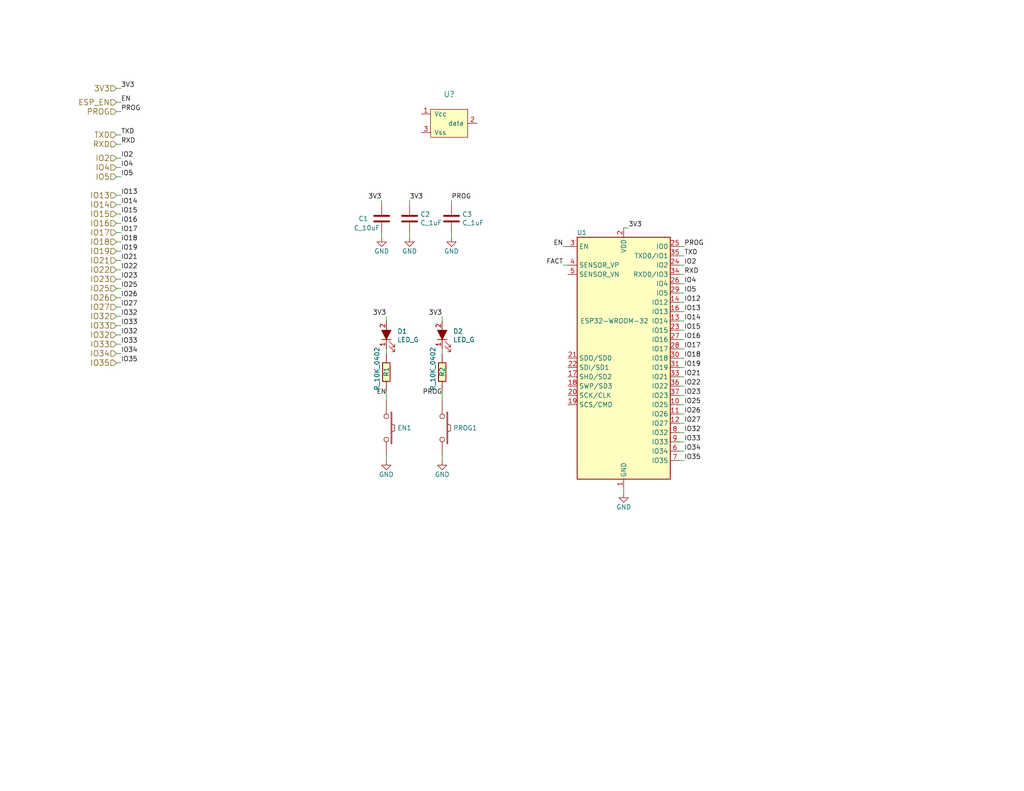
<source format=kicad_sch>
(kicad_sch (version 20211123) (generator eeschema)
  (paper "USLetter")
  (lib_symbols
    (symbol "Open Automation:PIR-DIGITAL" (pin_names (offset 1.016))
      (property "Reference" "U" (at 5.08 -6.35 0))
      (property "Value" "PIR-DIGITAL" (at 1.27 3.81 0))
      (symbol "PIR-DIGITAL_0_1"
        (rectangle (start -3.81 2.54) (end 6.35 -5.08) (fill (type background)))
      )
      (symbol "PIR-DIGITAL_1_1"
        (pin input line (at -6.35 1.27 0) (length 2.54) (name "Vcc") (number "1"))
        (pin input line (at 8.89 -1.27 180) (length 2.54) (name "data") (number "2"))
        (pin input line (at -6.35 -3.81 0) (length 2.54) (name "Vss") (number "3"))
      )
    )
    (symbol "Open_Automation:C_10uF" (pin_numbers hide) (pin_names (offset 0.254))
      (property "Reference" "C" (at 0.635 2.54 0))
      (property "Value" "Open_Automation_C_10uF" (at 1.27 -2.54 0))
      (symbol "C_10uF_0_1"
        (polyline (pts (xy -2.032 -0.762) (xy 2.032 -0.762)) (stroke (width 0.508)))
        (polyline (pts (xy -2.032 0.762) (xy 2.032 0.762)) (stroke (width 0.508)))
      )
      (symbol "C_10uF_1_1"
        (pin passive line (at 0 3.81 270) (length 2.794) (name "~") (number "1"))
        (pin passive line (at 0 -3.81 90) (length 2.794) (name "~") (number "2"))
      )
    )
    (symbol "Open_Automation:C_1uF" (pin_numbers hide) (pin_names (offset 0.254))
      (property "Reference" "C" (at 0.635 2.54 0))
      (property "Value" "Open_Automation_C_1uF" (at -5.715 -2.54 0))
      (symbol "C_1uF_0_1"
        (polyline (pts (xy -2.032 -0.762) (xy 2.032 -0.762)) (stroke (width 0.508)))
        (polyline (pts (xy -2.032 0.762) (xy 2.032 0.762)) (stroke (width 0.508)))
      )
      (symbol "C_1uF_1_1"
        (pin passive line (at 0 3.81 270) (length 2.794) (name "~") (number "1"))
        (pin passive line (at 0 -3.81 90) (length 2.794) (name "~") (number "2"))
      )
    )
    (symbol "Open_Automation:ESP32-WROOM-32"
      (property "Reference" "U" (at -12.7 34.29 0))
      (property "Value" "Open_Automation_ESP32-WROOM-32" (at 1.27 34.29 0))
      (symbol "ESP32-WROOM-32_0_1"
        (rectangle (start -12.7 33.02) (end 12.7 -33.02) (stroke (width 0.254)) (fill (type background)))
      )
      (symbol "ESP32-WROOM-32_1_1"
        (pin power_in line (at 0 -35.56 90) (length 2.54) (name "GND") (number "1"))
        (pin bidirectional line (at 15.24 -12.7 180) (length 2.54) (name "IO25") (number "10"))
        (pin bidirectional line (at 15.24 -15.24 180) (length 2.54) (name "IO26") (number "11"))
        (pin bidirectional line (at 15.24 -17.78 180) (length 2.54) (name "IO27") (number "12"))
        (pin bidirectional line (at 15.24 10.16 180) (length 2.54) (name "IO14") (number "13"))
        (pin bidirectional line (at 15.24 15.24 180) (length 2.54) (name "IO12") (number "14"))
        (pin passive line (at 0 -35.56 90) (length 2.54) hide (name "GND") (number "15"))
        (pin bidirectional line (at 15.24 12.7 180) (length 2.54) (name "IO13") (number "16"))
        (pin bidirectional line (at -15.24 -5.08 0) (length 2.54) (name "SHD/SD2") (number "17"))
        (pin bidirectional line (at -15.24 -7.62 0) (length 2.54) (name "SWP/SD3") (number "18"))
        (pin bidirectional line (at -15.24 -12.7 0) (length 2.54) (name "SCS/CMD") (number "19"))
        (pin power_in line (at 0 35.56 270) (length 2.54) (name "VDD") (number "2"))
        (pin bidirectional line (at -15.24 -10.16 0) (length 2.54) (name "SCK/CLK") (number "20"))
        (pin bidirectional line (at -15.24 0 0) (length 2.54) (name "SDO/SD0") (number "21"))
        (pin bidirectional line (at -15.24 -2.54 0) (length 2.54) (name "SDI/SD1") (number "22"))
        (pin bidirectional line (at 15.24 7.62 180) (length 2.54) (name "IO15") (number "23"))
        (pin bidirectional line (at 15.24 25.4 180) (length 2.54) (name "IO2") (number "24"))
        (pin bidirectional line (at 15.24 30.48 180) (length 2.54) (name "IO0") (number "25"))
        (pin bidirectional line (at 15.24 20.32 180) (length 2.54) (name "IO4") (number "26"))
        (pin bidirectional line (at 15.24 5.08 180) (length 2.54) (name "IO16") (number "27"))
        (pin bidirectional line (at 15.24 2.54 180) (length 2.54) (name "IO17") (number "28"))
        (pin bidirectional line (at 15.24 17.78 180) (length 2.54) (name "IO5") (number "29"))
        (pin input line (at -15.24 30.48 0) (length 2.54) (name "EN") (number "3"))
        (pin bidirectional line (at 15.24 0 180) (length 2.54) (name "IO18") (number "30"))
        (pin bidirectional line (at 15.24 -2.54 180) (length 2.54) (name "IO19") (number "31"))
        (pin no_connect line (at -12.7 -27.94 0) (length 2.54) hide (name "NC") (number "32"))
        (pin bidirectional line (at 15.24 -5.08 180) (length 2.54) (name "IO21") (number "33"))
        (pin bidirectional line (at 15.24 22.86 180) (length 2.54) (name "RXD0/IO3") (number "34"))
        (pin bidirectional line (at 15.24 27.94 180) (length 2.54) (name "TXD0/IO1") (number "35"))
        (pin bidirectional line (at 15.24 -7.62 180) (length 2.54) (name "IO22") (number "36"))
        (pin bidirectional line (at 15.24 -10.16 180) (length 2.54) (name "IO23") (number "37"))
        (pin passive line (at 0 -35.56 90) (length 2.54) hide (name "GND") (number "38"))
        (pin passive line (at 0 -35.56 90) (length 2.54) hide (name "GND") (number "39"))
        (pin input line (at -15.24 25.4 0) (length 2.54) (name "SENSOR_VP") (number "4"))
        (pin input line (at -15.24 22.86 0) (length 2.54) (name "SENSOR_VN") (number "5"))
        (pin input line (at 15.24 -25.4 180) (length 2.54) (name "IO34") (number "6"))
        (pin input line (at 15.24 -27.94 180) (length 2.54) (name "IO35") (number "7"))
        (pin bidirectional line (at 15.24 -20.32 180) (length 2.54) (name "IO32") (number "8"))
        (pin bidirectional line (at 15.24 -22.86 180) (length 2.54) (name "IO33") (number "9"))
      )
    )
    (symbol "Open_Automation:LED_G" (pin_names (offset 1.016) hide)
      (property "Reference" "D" (at 0 2.54 0))
      (property "Value" "Open_Automation_LED_G" (at 0 -2.54 0))
      (symbol "LED_G_0_1"
        (polyline (pts (xy -1.27 -1.27) (xy -1.27 1.27)) (stroke (width 0.2032)))
        (polyline (pts (xy 1.27 -1.27) (xy 1.27 1.27) (xy -1.27 0) (xy 1.27 -1.27)) (stroke (width 0.2032)) (fill (type outline)))
        (polyline (pts (xy -3.048 -0.762) (xy -4.572 -2.286) (xy -3.81 -2.286) (xy -4.572 -2.286) (xy -4.572 -1.524)))
        (polyline (pts (xy -1.778 -0.762) (xy -3.302 -2.286) (xy -2.54 -2.286) (xy -3.302 -2.286) (xy -3.302 -1.524)))
      )
      (symbol "LED_G_1_1"
        (pin passive line (at -3.81 0 0) (length 2.54) (name "K") (number "1"))
        (pin passive line (at 3.81 0 180) (length 2.54) (name "A") (number "2"))
      )
    )
    (symbol "Open_Automation:R_10K_0402" (pin_numbers hide) (pin_names (offset 0))
      (property "Reference" "R" (at 0 0 90))
      (property "Value" "Open_Automation_R_10K_0402" (at -1.905 0 90))
      (symbol "R_10K_0402_0_1"
        (rectangle (start -1.016 -2.54) (end 1.016 2.54) (stroke (width 0.254)) (fill (type background)))
      )
      (symbol "R_10K_0402_1_1"
        (pin passive line (at 0 -5.08 90) (length 2.54) (name "~") (number "1"))
        (pin passive line (at 0 5.08 270) (length 2.54) (name "~") (number "2"))
      )
    )
    (symbol "Open_Automation:SW_PUSH_SM" (pin_numbers hide) (pin_names (offset 1.016) hide)
      (property "Reference" "SW" (at 3.81 2.794 0))
      (symbol "SW_PUSH_SM_0_1"
        (rectangle (start -4.318 1.27) (end 4.318 1.524))
        (polyline (pts (xy -1.016 1.524) (xy -0.762 2.286) (xy 0.762 2.286) (xy 1.016 1.524)))
        (pin passive inverted (at -7.62 0 0) (length 5.08) (name "1") (number "1"))
        (pin passive inverted (at 7.62 0 180) (length 5.08) (name "2") (number "2"))
      )
    )
    (symbol "power:GND" (power) (pin_names (offset 0))
      (property "Value" "power_GND" (at 0 -3.81 0))
      (symbol "GND_0_1"
        (polyline (pts (xy 0 0) (xy 0 -1.27) (xy 1.27 -1.27) (xy 0 -2.54) (xy -1.27 -1.27) (xy 0 -1.27)))
      )
      (symbol "GND_1_1"
        (pin power_in line (at 0 0 270) (length 0) hide (name "GND") (number "1"))
      )
    )
  )
  (wire (pts (xy 33.02 58.42) (xy 31.75 58.42)))
  (wire (pts (xy 185.42 123.19) (xy 186.69 123.19)))
  (wire (pts (xy 33.02 48.26) (xy 31.75 48.26)))
  (wire (pts (xy 120.65 106.68) (xy 120.65 109.22)))
  (wire (pts (xy 105.41 96.52) (xy 105.41 95.25)))
  (wire (pts (xy 186.69 77.47) (xy 185.42 77.47)))
  (wire (pts (xy 186.69 113.03) (xy 185.42 113.03)))
  (wire (pts (xy 104.14 55.88) (xy 104.14 54.61)))
  (wire (pts (xy 33.02 83.82) (xy 31.75 83.82)))
  (wire (pts (xy 33.02 36.83) (xy 31.75 36.83)))
  (wire (pts (xy 111.76 54.61) (xy 111.76 55.88)))
  (wire (pts (xy 186.69 120.65) (xy 185.42 120.65)))
  (wire (pts (xy 186.69 72.39) (xy 185.42 72.39)))
  (wire (pts (xy 120.65 95.25) (xy 120.65 96.52)))
  (wire (pts (xy 33.02 78.74) (xy 31.75 78.74)))
  (wire (pts (xy 153.67 72.39) (xy 154.94 72.39)))
  (wire (pts (xy 171.45 62.23) (xy 170.18 62.23)))
  (wire (pts (xy 111.76 63.5) (xy 111.76 64.77)))
  (wire (pts (xy 120.65 125.73) (xy 120.65 124.46)))
  (wire (pts (xy 185.42 95.25) (xy 186.69 95.25)))
  (wire (pts (xy 33.02 39.37) (xy 31.75 39.37)))
  (wire (pts (xy 185.42 69.85) (xy 186.69 69.85)))
  (wire (pts (xy 186.69 110.49) (xy 185.42 110.49)))
  (wire (pts (xy 33.02 99.06) (xy 31.75 99.06)))
  (wire (pts (xy 123.19 63.5) (xy 123.19 64.77)))
  (wire (pts (xy 33.02 66.04) (xy 31.75 66.04)))
  (wire (pts (xy 33.02 88.9) (xy 31.75 88.9)))
  (wire (pts (xy 33.02 63.5) (xy 31.75 63.5)))
  (wire (pts (xy 186.69 115.57) (xy 185.42 115.57)))
  (wire (pts (xy 186.69 97.79) (xy 185.42 97.79)))
  (wire (pts (xy 105.41 86.36) (xy 105.41 87.63)))
  (wire (pts (xy 33.02 73.66) (xy 31.75 73.66)))
  (wire (pts (xy 33.02 55.88) (xy 31.75 55.88)))
  (wire (pts (xy 33.02 60.96) (xy 31.75 60.96)))
  (wire (pts (xy 105.41 106.68) (xy 105.41 109.22)))
  (wire (pts (xy 33.02 27.94) (xy 31.75 27.94)))
  (wire (pts (xy 33.02 30.48) (xy 31.75 30.48)))
  (wire (pts (xy 186.69 92.71) (xy 185.42 92.71)))
  (wire (pts (xy 186.69 105.41) (xy 185.42 105.41)))
  (wire (pts (xy 186.69 67.31) (xy 185.42 67.31)))
  (wire (pts (xy 33.02 71.12) (xy 31.75 71.12)))
  (wire (pts (xy 33.02 93.98) (xy 31.75 93.98)))
  (wire (pts (xy 33.02 81.28) (xy 31.75 81.28)))
  (wire (pts (xy 33.02 68.58) (xy 31.75 68.58)))
  (wire (pts (xy 33.02 45.72) (xy 31.75 45.72)))
  (wire (pts (xy 33.02 96.52) (xy 31.75 96.52)))
  (wire (pts (xy 186.69 85.09) (xy 185.42 85.09)))
  (wire (pts (xy 186.69 87.63) (xy 185.42 87.63)))
  (wire (pts (xy 170.18 133.35) (xy 170.18 134.62)))
  (wire (pts (xy 33.02 91.44) (xy 31.75 91.44)))
  (wire (pts (xy 185.42 118.11) (xy 186.69 118.11)))
  (wire (pts (xy 185.42 100.33) (xy 186.69 100.33)))
  (wire (pts (xy 33.02 76.2) (xy 31.75 76.2)))
  (wire (pts (xy 104.14 64.77) (xy 104.14 63.5)))
  (wire (pts (xy 123.19 54.61) (xy 123.19 55.88)))
  (wire (pts (xy 186.69 102.87) (xy 185.42 102.87)))
  (wire (pts (xy 153.67 67.31) (xy 154.94 67.31)))
  (wire (pts (xy 33.02 43.18) (xy 31.75 43.18)))
  (wire (pts (xy 186.69 82.55) (xy 185.42 82.55)))
  (wire (pts (xy 33.02 53.34) (xy 31.75 53.34)))
  (wire (pts (xy 186.69 125.73) (xy 185.42 125.73)))
  (wire (pts (xy 33.02 86.36) (xy 31.75 86.36)))
  (wire (pts (xy 33.02 24.13) (xy 31.75 24.13)))
  (wire (pts (xy 186.69 74.93) (xy 185.42 74.93)))
  (wire (pts (xy 186.69 80.01) (xy 185.42 80.01)))
  (wire (pts (xy 105.41 125.73) (xy 105.41 124.46)))
  (wire (pts (xy 120.65 86.36) (xy 120.65 87.63)))
  (wire (pts (xy 186.69 107.95) (xy 185.42 107.95)))
  (wire (pts (xy 185.42 90.17) (xy 186.69 90.17)))
  (label "IO19" (at 33.02 68.58 0))
  (label "IO21" (at 33.02 71.12 0))
  (label "IO5" (at 33.02 48.26 0))
  (label "IO33" (at 186.69 120.65 0))
  (label "IO25" (at 186.69 110.49 0))
  (label "3V3" (at 33.02 24.13 0))
  (label "IO35" (at 186.69 125.73 0))
  (label "IO32" (at 186.69 118.11 0))
  (label "IO13" (at 33.02 53.34 0))
  (label "3V3" (at 171.45 62.23 0))
  (label "IO25" (at 33.02 78.74 0))
  (label "PROG" (at 186.69 67.31 0))
  (label "IO4" (at 186.69 77.47 0))
  (label "IO2" (at 186.69 72.39 0))
  (label "EN" (at 153.67 67.31 180))
  (label "IO34" (at 186.69 123.19 0))
  (label "IO14" (at 186.69 87.63 0))
  (label "IO34" (at 33.02 96.52 0))
  (label "IO12" (at 186.69 82.55 0))
  (label "IO32" (at 33.02 86.36 0))
  (label "PROG" (at 120.65 107.95 180))
  (label "EN" (at 33.02 27.94 0))
  (label "IO18" (at 186.69 97.79 0))
  (label "IO33" (at 33.02 93.98 0))
  (label "IO22" (at 33.02 73.66 0))
  (label "IO26" (at 186.69 113.03 0))
  (label "IO5" (at 186.69 80.01 0))
  (label "PROG" (at 33.02 30.48 0))
  (label "IO22" (at 186.69 105.41 0))
  (label "IO18" (at 33.02 66.04 0))
  (label "RXD" (at 33.02 39.37 0))
  (label "IO23" (at 33.02 76.2 0))
  (label "IO17" (at 186.69 95.25 0))
  (label "3V3" (at 105.41 86.36 180))
  (label "IO2" (at 33.02 43.18 0))
  (label "IO17" (at 33.02 63.5 0))
  (label "IO16" (at 186.69 92.71 0))
  (label "TXD" (at 186.69 69.85 0))
  (label "IO33" (at 33.02 88.9 0))
  (label "IO27" (at 33.02 83.82 0))
  (label "IO19" (at 186.69 100.33 0))
  (label "IO15" (at 33.02 58.42 0))
  (label "IO32" (at 33.02 91.44 0))
  (label "EN" (at 105.41 107.95 180))
  (label "IO4" (at 33.02 45.72 0))
  (label "IO35" (at 33.02 99.06 0))
  (label "IO23" (at 186.69 107.95 0))
  (label "TXD" (at 33.02 36.83 0))
  (label "3V3" (at 120.65 86.36 180))
  (label "IO16" (at 33.02 60.96 0))
  (label "PROG" (at 123.19 54.61 0))
  (label "IO21" (at 186.69 102.87 0))
  (label "3V3" (at 111.76 54.61 0))
  (label "IO27" (at 186.69 115.57 0))
  (label "FACT" (at 153.67 72.39 180))
  (label "IO15" (at 186.69 90.17 0))
  (label "IO26" (at 33.02 81.28 0))
  (label "IO14" (at 33.02 55.88 0))
  (label "IO13" (at 186.69 85.09 0))
  (label "3V3" (at 104.14 54.61 180))
  (label "RXD" (at 186.69 74.93 0))
  (hierarchical_label "IO27" (shape input) (at 31.75 83.82 180) (effects (font (size 1.524 1.524))))
  (hierarchical_label "IO34" (shape input) (at 31.75 96.52 180) (effects (font (size 1.524 1.524))))
  (hierarchical_label "IO19" (shape input) (at 31.75 68.58 180) (effects (font (size 1.524 1.524))))
  (hierarchical_label "IO4" (shape input) (at 31.75 45.72 180) (effects (font (size 1.524 1.524))))
  (hierarchical_label "IO5" (shape input) (at 31.75 48.26 180) (effects (font (size 1.524 1.524))))
  (hierarchical_label "IO13" (shape input) (at 31.75 53.34 180) (effects (font (size 1.524 1.524))))
  (hierarchical_label "PROG" (shape input) (at 31.75 30.48 180) (effects (font (size 1.524 1.524))))
  (hierarchical_label "3V3" (shape input) (at 31.75 24.13 180) (effects (font (size 1.524 1.524))))
  (hierarchical_label "IO32" (shape input) (at 31.75 86.36 180) (effects (font (size 1.524 1.524))))
  (hierarchical_label "IO2" (shape input) (at 31.75 43.18 180) (effects (font (size 1.524 1.524))))
  (hierarchical_label "ESP_EN" (shape input) (at 31.75 27.94 180) (effects (font (size 1.524 1.524))))
  (hierarchical_label "IO25" (shape input) (at 31.75 78.74 180) (effects (font (size 1.524 1.524))))
  (hierarchical_label "IO35" (shape input) (at 31.75 99.06 180) (effects (font (size 1.524 1.524))))
  (hierarchical_label "IO23" (shape input) (at 31.75 76.2 180) (effects (font (size 1.524 1.524))))
  (hierarchical_label "IO18" (shape input) (at 31.75 66.04 180) (effects (font (size 1.524 1.524))))
  (hierarchical_label "IO17" (shape input) (at 31.75 63.5 180) (effects (font (size 1.524 1.524))))
  (hierarchical_label "TXD" (shape input) (at 31.75 36.83 180) (effects (font (size 1.524 1.524))))
  (hierarchical_label "IO33" (shape input) (at 31.75 88.9 180) (effects (font (size 1.524 1.524))))
  (hierarchical_label "IO32" (shape input) (at 31.75 91.44 180) (effects (font (size 1.524 1.524))))
  (hierarchical_label "RXD" (shape input) (at 31.75 39.37 180) (effects (font (size 1.524 1.524))))
  (hierarchical_label "IO21" (shape input) (at 31.75 71.12 180) (effects (font (size 1.524 1.524))))
  (hierarchical_label "IO26" (shape input) (at 31.75 81.28 180) (effects (font (size 1.524 1.524))))
  (hierarchical_label "IO33" (shape input) (at 31.75 93.98 180) (effects (font (size 1.524 1.524))))
  (hierarchical_label "IO14" (shape input) (at 31.75 55.88 180) (effects (font (size 1.524 1.524))))
  (hierarchical_label "IO22" (shape input) (at 31.75 73.66 180) (effects (font (size 1.524 1.524))))
  (hierarchical_label "IO15" (shape input) (at 31.75 58.42 180) (effects (font (size 1.524 1.524))))
  (hierarchical_label "IO16" (shape input) (at 31.75 60.96 180) (effects (font (size 1.524 1.524))))
  (symbol (lib_id "Open_Automation:C_10uF") (at 104.14 59.69 0) (unit 1)
    (property "Reference" "C1" (at 97.79 59.69 0) (effects (justify left)))
    (property "Value" "C_10uF" (at 96.52 62.23 0) (effects (justify left)))
    (property "Footprint" "Capacitor_SMD:C_0603_1608Metric_Pad1.08x0.95mm_HandSolder" (effects hide))
    (property "Datasheet" "https://datasheet.lcsc.com/szlcsc/Samsung-Electro-Mechanics-CL10A106MA8NRNC_C96446.pdf" (effects hide))
    (property "Part Number" "CL10A106MA8NRNC" (effects hide))
    (property "LCSC" "C96446" (effects hide))
  )
  (symbol (lib_id "Open_Automation:LED_G") (at 105.41 91.44 90) (unit 1)
    (property "Reference" "D1" (at 108.3818 90.4494 90) (effects (justify right)))
    (property "Value" "LED_G" (at 108.3818 92.7608 90) (effects (justify right)))
    (property "Footprint" "Diode_SMD:D_0603_1608Metric_Pad1.05x0.95mm_HandSolder" (effects hide))
    (property "Datasheet" "https://datasheet.lcsc.com/szlcsc/Everlight-Elec-19-217-BHC-ZL1M2RY-3T_C72041.pdf" (effects hide))
    (property "Part Number" "19-217/BHC-ZL1M2RY/3T" (effects hide))
    (property "LCSC" "C72041" (effects hide))
  )
  (symbol (lib_id "Open_Automation:LED_G") (at 120.65 91.44 90) (unit 1)
    (property "Reference" "D2" (at 123.6218 90.4494 90) (effects (justify right)))
    (property "Value" "LED_G" (at 123.6218 92.7608 90) (effects (justify right)))
    (property "Footprint" "Diode_SMD:D_0603_1608Metric_Pad1.05x0.95mm_HandSolder" (effects hide))
    (property "Datasheet" "https://datasheet.lcsc.com/szlcsc/Everlight-Elec-19-217-BHC-ZL1M2RY-3T_C72041.pdf" (effects hide))
    (property "Part Number" "19-217/BHC-ZL1M2RY/3T" (effects hide))
    (property "LCSC" "C72041" (effects hide))
  )
  (symbol (lib_id "power:GND") (at 111.76 64.77 0) (unit 1)
    (property "Reference" "#PWR04" (effects hide))
    (property "Value" "GND" (at 111.76 68.58 0))
  )
  (symbol (lib_id "power:GND") (at 104.14 64.77 0) (unit 1)
    (property "Reference" "#PWR02" (effects hide))
    (property "Value" "GND" (at 104.14 68.58 0))
  )
  (symbol (lib_id "Open_Automation:ESP32-WROOM-32") (at 170.18 97.79 0) (unit 1)
    (property "Reference" "U1" (at 158.75 63.5 0))
    (property "Value" "ESP32-WROOM-32" (at 167.64 87.63 0))
    (property "Footprint" "RF_Module:ESP32-WROOM-32" (effects hide))
    (property "Datasheet" "https://datasheet.lcsc.com/szlcsc/2007061615_Espressif-Systems-ESP32-WROOM-32_C82899.pdf" (effects hide))
    (property "LCSC" "C82899" (effects hide))
  )
  (symbol (lib_id "power:GND") (at 170.18 134.62 0) (unit 1)
    (property "Reference" "#PWR07" (effects hide))
    (property "Value" "GND" (at 170.18 138.43 0))
  )
  (symbol (lib_id "power:GND") (at 105.41 125.73 0) (unit 1)
    (property "Reference" "#PWR01" (effects hide))
    (property "Value" "GND" (at 105.41 129.54 0))
  )
  (symbol (lib_id "power:GND") (at 120.65 125.73 0) (unit 1)
    (property "Reference" "#PWR03" (effects hide))
    (property "Value" "GND" (at 120.65 129.54 0))
  )
  (symbol (lib_id "power:GND") (at 123.19 64.77 0) (unit 1)
    (property "Reference" "#PWR06" (effects hide))
    (property "Value" "GND" (at 123.19 68.58 0))
  )
  (symbol (lib_id "Open_Automation:SW_PUSH_SM") (at 105.41 116.84 270) (unit 1)
    (property "Reference" "EN1" (at 108.4072 116.84 90) (effects (justify left)))
    (property "Value" "SW_PUSH_SM" (effects hide))
    (property "Footprint" "Button_Switch_SMD:SW_SPST_TL3342" (effects hide))
    (property "Datasheet" "https://datasheet.lcsc.com/lcsc/2002271431_XKB-Connectivity-TS-1187A-B-A-B_C318884.pdf" (effects hide))
    (property "Part Number" "TS-1187A-B-A-B" (effects hide))
    (property "LCSC" "C318884" (effects hide))
  )
  (symbol (lib_id "Open_Automation:SW_PUSH_SM") (at 120.65 116.84 270) (unit 1)
    (property "Reference" "PROG1" (at 123.6472 116.84 90) (effects (justify left)))
    (property "Value" "SW_PUSH_SM" (effects hide))
    (property "Footprint" "Button_Switch_SMD:SW_SPST_TL3342" (effects hide))
    (property "Datasheet" "https://datasheet.lcsc.com/lcsc/2002271431_XKB-Connectivity-TS-1187A-B-A-B_C318884.pdf" (effects hide))
    (property "Part Number" "TS-1187A-B-A-B" (effects hide))
    (property "LCSC" "C318884" (effects hide))
  )
  (symbol (lib_id "Open_Automation:R_10K_0402") (at 105.41 101.6 0) (unit 1)
    (property "Reference" "R1" (at 105.41 102.87 90) (effects (justify left)))
    (property "Value" "R_10K_0402" (at 102.87 106.68 90) (effects (justify left)))
    (property "Footprint" "Resistor_SMD:R_0402_1005Metric_Pad0.72x0.64mm_HandSolder" (effects hide))
    (property "Datasheet" "https://datasheet.lcsc.com/szlcsc/Uniroyal-Elec-0402WGF1002TCE_C25744.pdf" (effects hide))
    (property "Part Number" "0402WGF1002TCE" (effects hide))
    (property "LCSC" "C25744" (effects hide))
  )
  (symbol (lib_id "Open_Automation:R_10K_0402") (at 120.65 101.6 0) (unit 1)
    (property "Reference" "R2" (at 120.65 102.87 90) (effects (justify left)))
    (property "Value" "R_10K_0402" (at 118.11 106.68 90) (effects (justify left)))
    (property "Footprint" "Resistor_SMD:R_0402_1005Metric_Pad0.72x0.64mm_HandSolder" (effects hide))
    (property "Datasheet" "https://datasheet.lcsc.com/szlcsc/Uniroyal-Elec-0402WGF1002TCE_C25744.pdf" (effects hide))
    (property "Part Number" "0402WGF1002TCE" (effects hide))
    (property "LCSC" "C25744" (effects hide))
  )
  (symbol (lib_id "Open_Automation:C_1uF") (at 123.19 59.69 0) (unit 1)
    (property "Reference" "C3" (at 126.111 58.5216 0) (effects (justify left)))
    (property "Value" "C_1uF" (at 126.111 60.833 0) (effects (justify left)))
    (property "Footprint" "Capacitor_SMD:C_0402_1005Metric_Pad0.74x0.62mm_HandSolder" (effects hide))
    (property "Datasheet" "https://datasheet.lcsc.com/szlcsc/Samsung-Electro-Mechanics-CL05A105KA5NQNC_C52923.pdf" (effects hide))
    (property "LCSC" "C52923" (effects hide))
    (property "Part Number" "CL05A105KA5NQNC" (effects hide))
  )
  (symbol (lib_id "Open_Automation:C_1uF") (at 111.76 59.69 0) (unit 1)
    (property "Reference" "C2" (at 114.681 58.5216 0) (effects (justify left)))
    (property "Value" "C_1uF" (at 114.681 60.833 0) (effects (justify left)))
    (property "Footprint" "Capacitor_SMD:C_0402_1005Metric_Pad0.74x0.62mm_HandSolder" (effects hide))
    (property "Datasheet" "https://datasheet.lcsc.com/szlcsc/Samsung-Electro-Mechanics-CL05A105KA5NQNC_C52923.pdf" (effects hide))
    (property "LCSC" "C52923" (effects hide))
    (property "Part Number" "CL05A105KA5NQNC" (effects hide))
  )
  (symbol (lib_id "Open Automation:PIR-DIGITAL") (at 121.285 32.385 0) (unit 1)
    (property "Reference" "U?" (at 122.555 25.7609 0) (effects (font (size 1.524 1.524))))
    (property "Datasheet" "http://unusualelectronics.co.uk/wordpress/wp-content/uploads/Pir-AS312.pdf" (effects hide))
    (property "Part Number" "PYQ2898" (effects hide))
  )
)
</source>
